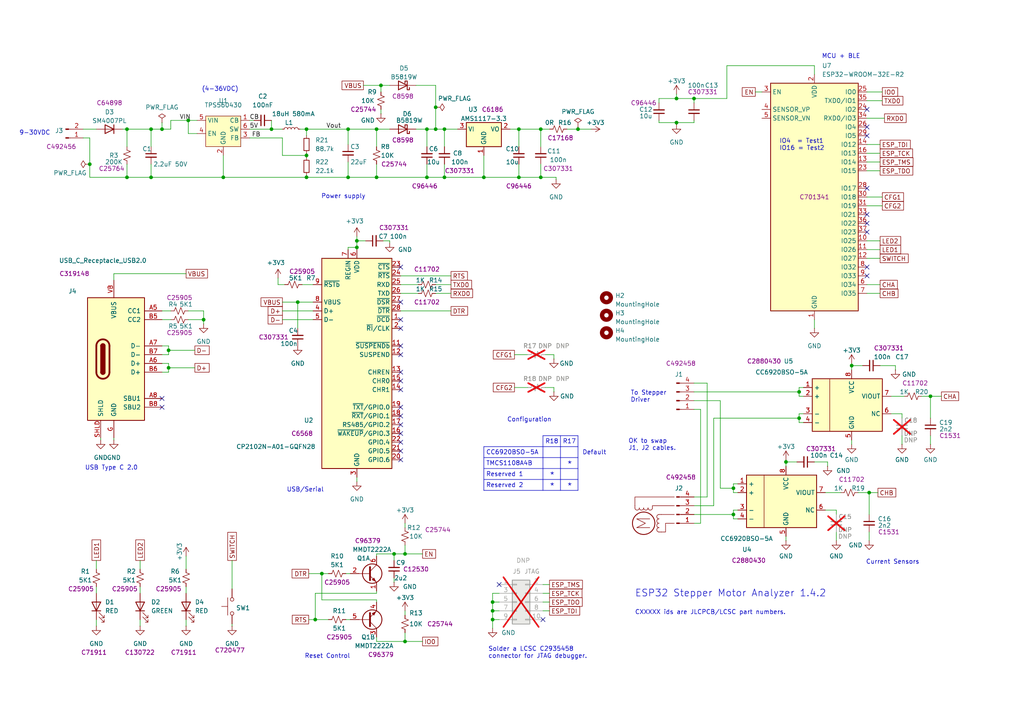
<source format=kicad_sch>
(kicad_sch (version 20231120) (generator "eeschema") (generator_version "8.0")
  (paper "A4")
  (junction (at 212.725 141.605))
  (junction (at 48.895 106.68))
  (junction (at 48.895 101.6))
  (junction (at 196.215 35.56))
  (junction (at 36.83 37.465))
  (junction (at 109.22 37.465))
  (junction (at 109.22 51.435))
  (junction (at 142.875 177.165))
  (junction (at 88.9 51.435))
  (junction (at 100.965 51.435))
  (junction (at 227.965 133.985))
  (junction (at 117.475 186.055))
  (junction (at 167.64 37.465))
  (junction (at 142.875 174.625))
  (junction (at 128.905 37.465))
  (junction (at 26.035 47.625))
  (junction (at 212.725 149.225))
  (junction (at 59.055 92.71))
  (junction (at 196.215 28.575))
  (junction (at 103.505 71.755))
  (junction (at 43.815 51.435))
  (junction (at 126.365 37.465))
  (junction (at 231.775 113.665))
  (junction (at 126.365 31.115))
  (junction (at 114.3 160.655))
  (junction (at 88.9 37.465))
  (junction (at 142.875 179.705))
  (junction (at 247.015 106.045))
  (junction (at 123.825 51.435))
  (junction (at 54.61 34.925))
  (junction (at 78.74 37.465))
  (junction (at 64.77 51.435))
  (junction (at 100.965 37.465))
  (junction (at 103.505 69.85))
  (junction (at 269.875 114.935))
  (junction (at 117.475 160.655))
  (junction (at 110.49 24.765))
  (junction (at 156.845 51.435))
  (junction (at 201.295 28.575))
  (junction (at 156.845 37.465))
  (junction (at 91.44 179.705))
  (junction (at 36.83 51.435))
  (junction (at 88.9 45.085))
  (junction (at 140.335 51.435))
  (junction (at 43.815 37.465))
  (junction (at 150.495 37.465))
  (junction (at 123.825 37.465))
  (junction (at 128.905 51.435))
  (junction (at 150.495 51.435))
  (junction (at 93.345 166.37))
  (junction (at 46.99 37.465))
  (junction (at 231.775 121.285))
  (junction (at 252.095 142.875))
  (junction (at 86.36 87.63))
  (no_connect (at 116.205 130.81))
  (no_connect (at 116.205 77.47))
  (no_connect (at 46.99 118.11))
  (no_connect (at 251.46 36.83))
  (no_connect (at 46.99 115.57))
  (no_connect (at 116.205 118.11))
  (no_connect (at 116.205 87.63))
  (no_connect (at 116.205 120.65))
  (no_connect (at 116.205 125.73))
  (no_connect (at 116.205 123.19))
  (no_connect (at 116.205 95.25))
  (no_connect (at 116.205 128.27))
  (no_connect (at 116.205 107.95))
  (no_connect (at 251.46 67.31))
  (no_connect (at 251.46 31.75))
  (no_connect (at 116.205 133.35))
  (no_connect (at 251.46 62.23))
  (no_connect (at 116.205 92.71))
  (no_connect (at 116.205 100.33))
  (no_connect (at 157.48 179.705))
  (no_connect (at 116.205 113.03))
  (no_connect (at 251.46 54.61))
  (no_connect (at 144.78 169.545))
  (no_connect (at 251.46 80.01))
  (no_connect (at 251.46 39.37))
  (no_connect (at 251.46 64.77))
  (no_connect (at 251.46 77.47))
  (no_connect (at 116.205 110.49))
  (no_connect (at 116.205 102.87))
  (wire (pts (xy 109.22 184.785) (xy 109.22 186.055)))
  (wire (pts (xy 212.725 142.875) (xy 213.995 142.875)))
  (wire (pts (xy 269.875 114.935) (xy 273.05 114.935)))
  (wire (pts (xy 213.995 140.335) (xy 212.725 140.335)))
  (wire (pts (xy 201.295 151.765) (xy 203.2 151.765)))
  (wire (pts (xy 247.015 127.635) (xy 247.015 128.905)))
  (wire (pts (xy 29.21 127) (xy 29.21 127.635)))
  (wire (pts (xy 81.915 87.63) (xy 86.36 87.63)))
  (wire (pts (xy 156.845 51.435) (xy 161.29 51.435)))
  (wire (pts (xy 86.36 87.63) (xy 90.805 87.63)))
  (wire (pts (xy 251.46 69.85) (xy 255.27 69.85)))
  (wire (pts (xy 100.965 71.755) (xy 100.965 72.39)))
  (wire (pts (xy 258.445 114.935) (xy 262.255 114.935)))
  (wire (pts (xy 53.975 165.1) (xy 53.975 161.29)))
  (wire (pts (xy 150.495 47.625) (xy 150.495 51.435)))
  (wire (pts (xy 233.045 120.015) (xy 231.775 120.015)))
  (wire (pts (xy 114.3 160.655) (xy 114.3 162.56)))
  (polyline (pts (xy 140.335 132.715) (xy 167.64 132.715)) (stroke (width 0) (type solid)))
  (wire (pts (xy 142.875 172.085) (xy 142.875 174.625)))
  (wire (pts (xy 248.92 142.875) (xy 252.095 142.875)))
  (wire (pts (xy 126.365 37.465) (xy 128.905 37.465)))
  (wire (pts (xy 49.53 34.925) (xy 54.61 34.925)))
  (wire (pts (xy 196.215 28.575) (xy 201.295 28.575)))
  (wire (pts (xy 167.64 37.465) (xy 171.45 37.465)))
  (wire (pts (xy 149.225 112.395) (xy 153.035 112.395)))
  (wire (pts (xy 157.48 177.165) (xy 159.385 177.165)))
  (wire (pts (xy 48.895 105.41) (xy 48.895 106.68)))
  (wire (pts (xy 110.49 31.75) (xy 110.49 33.02)))
  (wire (pts (xy 106.045 69.85) (xy 103.505 69.85)))
  (wire (pts (xy 140.335 51.435) (xy 150.495 51.435)))
  (polyline (pts (xy 140.335 135.89) (xy 167.64 135.89)) (stroke (width 0) (type solid)))
  (wire (pts (xy 231.775 120.015) (xy 231.775 121.285)))
  (wire (pts (xy 227.965 155.575) (xy 227.965 156.845)))
  (wire (pts (xy 87.63 82.55) (xy 90.805 82.55)))
  (wire (pts (xy 48.895 106.68) (xy 48.895 107.95)))
  (wire (pts (xy 100.33 166.37) (xy 101.6 166.37)))
  (wire (pts (xy 59.055 92.71) (xy 59.055 90.17)))
  (wire (pts (xy 156.845 47.625) (xy 156.845 51.435)))
  (wire (pts (xy 207.01 121.285) (xy 231.775 121.285)))
  (wire (pts (xy 161.29 51.435) (xy 161.29 52.07)))
  (wire (pts (xy 59.055 92.71) (xy 59.055 93.98)))
  (wire (pts (xy 231.775 122.555) (xy 233.045 122.555)))
  (wire (pts (xy 40.64 179.705) (xy 40.64 181.61)))
  (polyline (pts (xy 140.335 129.54) (xy 140.335 142.24)) (stroke (width 0) (type solid)))
  (wire (pts (xy 201.295 29.845) (xy 201.295 28.575)))
  (polyline (pts (xy 167.64 126.365) (xy 167.64 142.24)) (stroke (width 0) (type solid)))
  (wire (pts (xy 117.475 160.655) (xy 122.555 160.655)))
  (polyline (pts (xy 140.335 129.54) (xy 167.64 129.54)) (stroke (width 0) (type solid)))
  (wire (pts (xy 89.535 179.705) (xy 91.44 179.705)))
  (wire (pts (xy 72.39 37.465) (xy 78.74 37.465)))
  (wire (pts (xy 100.33 179.705) (xy 101.6 179.705)))
  (wire (pts (xy 196.215 35.56) (xy 201.295 35.56)))
  (wire (pts (xy 123.825 42.545) (xy 123.825 37.465)))
  (wire (pts (xy 252.095 142.875) (xy 254.635 142.875)))
  (polyline (pts (xy 162.56 126.365) (xy 162.56 142.24)) (stroke (width 0) (type solid)))
  (wire (pts (xy 26.035 40.005) (xy 26.035 47.625)))
  (wire (pts (xy 81.915 45.085) (xy 88.9 45.085)))
  (wire (pts (xy 251.46 26.67) (xy 255.905 26.67)))
  (wire (pts (xy 100.965 46.99) (xy 100.965 51.435)))
  (wire (pts (xy 156.845 37.465) (xy 159.385 37.465)))
  (wire (pts (xy 26.035 51.435) (xy 36.83 51.435)))
  (wire (pts (xy 196.215 27.305) (xy 196.215 28.575)))
  (wire (pts (xy 239.395 147.955) (xy 242.57 147.955)))
  (wire (pts (xy 46.99 37.465) (xy 49.53 37.465)))
  (wire (pts (xy 100.965 51.435) (xy 109.22 51.435)))
  (wire (pts (xy 251.46 44.45) (xy 255.27 44.45)))
  (wire (pts (xy 231.775 112.395) (xy 231.775 113.665)))
  (wire (pts (xy 201.295 111.125) (xy 205.105 111.125)))
  (wire (pts (xy 255.27 82.55) (xy 251.46 82.55)))
  (wire (pts (xy 242.57 154.305) (xy 242.57 156.845)))
  (wire (pts (xy 255.27 72.39) (xy 251.46 72.39)))
  (wire (pts (xy 33.02 79.375) (xy 53.975 79.375)))
  (wire (pts (xy 86.995 37.465) (xy 88.9 37.465)))
  (wire (pts (xy 103.505 71.755) (xy 103.505 72.39)))
  (wire (pts (xy 233.045 112.395) (xy 231.775 112.395)))
  (wire (pts (xy 43.815 37.465) (xy 43.815 42.545)))
  (wire (pts (xy 93.345 166.37) (xy 95.25 166.37)))
  (wire (pts (xy 117.475 177.165) (xy 117.475 178.435)))
  (wire (pts (xy 109.22 37.465) (xy 109.22 42.545)))
  (wire (pts (xy 105.41 24.765) (xy 110.49 24.765)))
  (wire (pts (xy 117.475 158.115) (xy 117.475 160.655)))
  (wire (pts (xy 103.505 138.43) (xy 103.505 139.7)))
  (wire (pts (xy 27.94 170.18) (xy 27.94 172.085)))
  (wire (pts (xy 27.94 165.1) (xy 27.94 162.56)))
  (wire (pts (xy 128.905 47.625) (xy 128.905 51.435)))
  (wire (pts (xy 48.895 100.33) (xy 48.895 101.6)))
  (wire (pts (xy 160.655 102.87) (xy 160.655 104.14)))
  (wire (pts (xy 43.815 37.465) (xy 46.99 37.465)))
  (wire (pts (xy 255.27 106.045) (xy 259.715 106.045)))
  (wire (pts (xy 109.22 174.625) (xy 109.22 173.99)))
  (wire (pts (xy 269.875 114.935) (xy 269.875 121.285)))
  (wire (pts (xy 231.775 121.285) (xy 231.775 122.555)))
  (wire (pts (xy 142.875 179.705) (xy 144.78 179.705)))
  (wire (pts (xy 126.365 82.55) (xy 130.81 82.55)))
  (wire (pts (xy 227.965 133.985) (xy 227.965 135.255)))
  (wire (pts (xy 53.975 179.705) (xy 53.975 181.61)))
  (wire (pts (xy 103.505 69.85) (xy 103.505 71.755)))
  (wire (pts (xy 78.74 34.925) (xy 78.74 37.465)))
  (wire (pts (xy 259.715 106.045) (xy 259.715 107.315)))
  (wire (pts (xy 90.805 90.17) (xy 81.915 90.17)))
  (wire (pts (xy 258.445 120.015) (xy 261.62 120.015)))
  (wire (pts (xy 46.99 100.33) (xy 48.895 100.33)))
  (wire (pts (xy 117.475 186.055) (xy 122.555 186.055)))
  (wire (pts (xy 86.36 95.25) (xy 86.36 87.63)))
  (wire (pts (xy 54.61 34.925) (xy 57.15 34.925)))
  (wire (pts (xy 207.01 146.685) (xy 207.01 121.285)))
  (wire (pts (xy 116.205 82.55) (xy 121.285 82.55)))
  (wire (pts (xy 116.205 90.17) (xy 130.81 90.17)))
  (polyline (pts (xy 140.335 142.24) (xy 167.64 142.24)) (stroke (width 0) (type solid)))
  (wire (pts (xy 167.64 36.83) (xy 167.64 37.465)))
  (wire (pts (xy 91.44 172.085) (xy 91.44 179.705)))
  (wire (pts (xy 201.295 118.745) (xy 203.2 118.745)))
  (wire (pts (xy 219.075 26.67) (xy 220.98 26.67)))
  (wire (pts (xy 128.905 51.435) (xy 140.335 51.435)))
  (wire (pts (xy 142.875 177.165) (xy 142.875 179.705)))
  (wire (pts (xy 251.46 57.15) (xy 255.905 57.15)))
  (polyline (pts (xy 157.48 126.365) (xy 157.48 142.24)) (stroke (width 0) (type solid)))
  (wire (pts (xy 210.82 28.575) (xy 201.295 28.575)))
  (wire (pts (xy 120.65 37.465) (xy 123.825 37.465)))
  (wire (pts (xy 120.65 24.765) (xy 126.365 24.765)))
  (wire (pts (xy 227.965 133.985) (xy 231.14 133.985)))
  (wire (pts (xy 48.895 107.95) (xy 46.99 107.95)))
  (wire (pts (xy 123.825 37.465) (xy 126.365 37.465)))
  (wire (pts (xy 54.61 92.71) (xy 59.055 92.71)))
  (wire (pts (xy 212.725 150.495) (xy 213.995 150.495)))
  (wire (pts (xy 117.475 151.765) (xy 117.475 153.035)))
  (wire (pts (xy 252.095 154.305) (xy 252.095 156.845)))
  (wire (pts (xy 247.015 106.045) (xy 247.015 107.315)))
  (wire (pts (xy 251.46 29.21) (xy 255.905 29.21)))
  (wire (pts (xy 247.015 105.41) (xy 247.015 106.045)))
  (wire (pts (xy 196.215 35.56) (xy 196.215 36.195)))
  (wire (pts (xy 78.74 37.465) (xy 81.915 37.465)))
  (wire (pts (xy 231.775 114.935) (xy 233.045 114.935)))
  (wire (pts (xy 35.56 37.465) (xy 36.83 37.465)))
  (wire (pts (xy 88.9 39.37) (xy 88.9 37.465)))
  (wire (pts (xy 88.9 37.465) (xy 100.965 37.465)))
  (wire (pts (xy 157.48 169.545) (xy 159.385 169.545)))
  (wire (pts (xy 251.46 41.91) (xy 255.27 41.91)))
  (wire (pts (xy 158.115 112.395) (xy 160.655 112.395)))
  (wire (pts (xy 53.975 170.18) (xy 53.975 172.085)))
  (wire (pts (xy 164.465 37.465) (xy 167.64 37.465)))
  (wire (pts (xy 88.9 50.8) (xy 88.9 51.435)))
  (wire (pts (xy 80.645 82.55) (xy 80.645 80.645)))
  (wire (pts (xy 48.895 101.6) (xy 56.515 101.6)))
  (wire (pts (xy 36.83 37.465) (xy 36.83 42.545)))
  (polyline (pts (xy 157.48 126.365) (xy 167.64 126.365)) (stroke (width 0) (type solid)))
  (wire (pts (xy 156.845 42.545) (xy 156.845 37.465)))
  (wire (pts (xy 36.83 47.625) (xy 36.83 51.435)))
  (wire (pts (xy 160.655 112.395) (xy 160.655 113.665)))
  (wire (pts (xy 267.335 114.935) (xy 269.875 114.935)))
  (wire (pts (xy 81.915 40.005) (xy 81.915 45.085)))
  (wire (pts (xy 236.22 92.71) (xy 236.22 95.25)))
  (wire (pts (xy 261.62 120.015) (xy 261.62 121.285)))
  (wire (pts (xy 110.49 24.765) (xy 110.49 26.67)))
  (wire (pts (xy 46.99 105.41) (xy 48.895 105.41)))
  (wire (pts (xy 48.895 101.6) (xy 48.895 102.87)))
  (wire (pts (xy 191.135 35.56) (xy 196.215 35.56)))
  (wire (pts (xy 201.295 149.225) (xy 212.725 149.225)))
  (wire (pts (xy 205.105 111.125) (xy 205.105 144.145)))
  (wire (pts (xy 100.965 37.465) (xy 109.22 37.465)))
  (wire (pts (xy 213.995 147.955) (xy 212.725 147.955)))
  (wire (pts (xy 150.495 42.545) (xy 150.495 37.465)))
  (wire (pts (xy 54.61 90.17) (xy 59.055 90.17)))
  (wire (pts (xy 36.83 37.465) (xy 43.815 37.465)))
  (wire (pts (xy 149.225 102.87) (xy 153.035 102.87)))
  (wire (pts (xy 212.725 140.335) (xy 212.725 141.605)))
  (wire (pts (xy 64.77 51.435) (xy 88.9 51.435)))
  (wire (pts (xy 48.895 102.87) (xy 46.99 102.87)))
  (wire (pts (xy 128.905 37.465) (xy 132.715 37.465)))
  (wire (pts (xy 126.365 31.115) (xy 126.365 37.465)))
  (wire (pts (xy 82.55 82.55) (xy 80.645 82.55)))
  (wire (pts (xy 142.875 177.165) (xy 144.78 177.165)))
  (wire (pts (xy 88.9 51.435) (xy 100.965 51.435)))
  (wire (pts (xy 208.915 141.605) (xy 212.725 141.605)))
  (wire (pts (xy 89.535 166.37) (xy 93.345 166.37)))
  (wire (pts (xy 239.395 142.875) (xy 243.84 142.875)))
  (wire (pts (xy 251.46 59.69) (xy 255.905 59.69)))
  (wire (pts (xy 72.39 40.005) (xy 81.915 40.005)))
  (wire (pts (xy 54.61 34.925) (xy 54.61 38.735)))
  (wire (pts (xy 100.965 37.465) (xy 100.965 41.91)))
  (wire (pts (xy 72.39 34.925) (xy 73.66 34.925)))
  (wire (pts (xy 33.02 79.375) (xy 33.02 81.28)))
  (wire (pts (xy 150.495 51.435) (xy 156.845 51.435)))
  (wire (pts (xy 236.22 133.985) (xy 240.03 133.985)))
  (wire (pts (xy 110.49 24.765) (xy 113.03 24.765)))
  (wire (pts (xy 43.815 47.625) (xy 43.815 51.435)))
  (wire (pts (xy 90.805 92.71) (xy 81.915 92.71)))
  (polyline (pts (xy 140.335 139.065) (xy 167.64 139.065)) (stroke (width 0) (type solid)))
  (wire (pts (xy 255.27 46.99) (xy 251.46 46.99)))
  (wire (pts (xy 46.99 90.17) (xy 49.53 90.17)))
  (wire (pts (xy 251.46 85.09) (xy 255.27 85.09)))
  (wire (pts (xy 109.22 172.085) (xy 109.22 171.45)))
  (wire (pts (xy 93.345 173.99) (xy 93.345 166.37)))
  (wire (pts (xy 109.22 160.655) (xy 114.3 160.655)))
  (wire (pts (xy 48.895 106.68) (xy 56.515 106.68)))
  (wire (pts (xy 116.205 80.01) (xy 130.81 80.01)))
  (wire (pts (xy 40.64 170.18) (xy 40.64 172.085)))
  (wire (pts (xy 142.875 174.625) (xy 142.875 177.165)))
  (wire (pts (xy 201.295 146.685) (xy 207.01 146.685)))
  (wire (pts (xy 114.3 160.655) (xy 117.475 160.655)))
  (wire (pts (xy 109.22 161.29) (xy 109.22 160.655)))
  (wire (pts (xy 140.335 45.085) (xy 140.335 51.435)))
  (wire (pts (xy 116.205 85.09) (xy 121.285 85.09)))
  (wire (pts (xy 205.105 144.145) (xy 201.295 144.145)))
  (wire (pts (xy 67.31 170.815) (xy 67.31 162.56)))
  (wire (pts (xy 103.505 71.755) (xy 100.965 71.755)))
  (wire (pts (xy 142.875 179.705) (xy 142.875 182.245)))
  (wire (pts (xy 109.22 47.625) (xy 109.22 51.435)))
  (wire (pts (xy 227.965 133.35) (xy 227.965 133.985)))
  (wire (pts (xy 191.135 28.575) (xy 196.215 28.575)))
  (wire (pts (xy 252.095 142.875) (xy 252.095 149.225)))
  (wire (pts (xy 36.83 51.435) (xy 43.815 51.435)))
  (wire (pts (xy 111.125 69.85) (xy 113.03 69.85)))
  (wire (pts (xy 201.295 34.925) (xy 201.295 35.56)))
  (wire (pts (xy 126.365 24.765) (xy 126.365 31.115)))
  (wire (pts (xy 191.135 34.925) (xy 191.135 35.56)))
  (wire (pts (xy 43.815 51.435) (xy 64.77 51.435)))
  (wire (pts (xy 269.875 126.365) (xy 269.875 128.905)))
  (wire (pts (xy 46.99 35.56) (xy 46.99 37.465)))
  (wire (pts (xy 158.115 102.87) (xy 160.655 102.87)))
  (wire (pts (xy 236.22 19.05) (xy 210.82 19.05)))
  (wire (pts (xy 123.825 51.435) (xy 128.905 51.435)))
  (wire (pts (xy 109.22 172.085) (xy 91.44 172.085)))
  (wire (pts (xy 24.13 40.005) (xy 26.035 40.005)))
  (wire (pts (xy 191.135 29.845) (xy 191.135 28.575)))
  (wire (pts (xy 201.295 113.665) (xy 231.775 113.665)))
  (wire (pts (xy 157.48 174.625) (xy 159.385 174.625)))
  (wire (pts (xy 103.505 68.58) (xy 103.505 69.85)))
  (wire (pts (xy 54.61 38.735) (xy 57.15 38.735)))
  (wire (pts (xy 67.31 180.975) (xy 67.31 181.61)))
  (wire (pts (xy 251.46 49.53) (xy 255.27 49.53)))
  (wire (pts (xy 40.64 165.1) (xy 40.64 162.56)))
  (wire (pts (xy 203.2 118.745) (xy 203.2 151.765)))
  (wire (pts (xy 88.9 45.085) (xy 88.9 45.72)))
  (wire (pts (xy 26.035 47.625) (xy 26.035 51.435)))
  (wire (pts (xy 128.905 37.465) (xy 128.905 42.545)))
  (wire (pts (xy 144.78 172.085) (xy 142.875 172.085)))
  (wire (pts (xy 109.22 51.435) (xy 123.825 51.435)))
  (wire (pts (xy 91.44 179.705) (xy 95.25 179.705)))
  (wire (pts (xy 212.725 147.955) (xy 212.725 149.225)))
  (wire (pts (xy 210.82 19.05) (xy 210.82 28.575)))
  (wire (pts (xy 247.015 106.045) (xy 250.19 106.045)))
  (wire (pts (xy 150.495 37.465) (xy 156.845 37.465)))
  (wire (pts (xy 24.13 37.465) (xy 27.94 37.465)))
  (wire (pts (xy 212.725 141.605) (xy 212.725 142.875)))
  (wire (pts (xy 231.775 113.665) (xy 231.775 114.935)))
  (wire (pts (xy 49.53 34.925) (xy 49.53 37.465)))
  (wire (pts (xy 261.62 126.365) (xy 261.62 128.905)))
  (wire (pts (xy 255.27 74.93) (xy 251.46 74.93)))
  (wire (pts (xy 117.475 183.515) (xy 117.475 186.055)))
  (wire (pts (xy 251.46 34.29) (xy 256.54 34.29)))
  (wire (pts (xy 88.9 44.45) (xy 88.9 45.085)))
  (wire (pts (xy 114.3 167.64) (xy 114.3 168.91)))
  (wire (pts (xy 64.77 45.085) (xy 64.77 51.435)))
  (wire (pts (xy 147.955 37.465) (xy 150.495 37.465)))
  (wire (pts (xy 109.22 173.99) (xy 93.345 173.99)))
  (wire (pts (xy 242.57 147.955) (xy 242.57 149.225)))
  (wire (pts (xy 240.03 133.985) (xy 240.03 135.255)))
  (wire (pts (xy 157.48 172.085) (xy 159.385 172.085)))
  (wire (pts (xy 201.295 116.205) (xy 208.915 116.205)))
  (wire (pts (xy 109.22 186.055) (xy 117.475 186.055)))
  (wire (pts (xy 208.915 116.205) (xy 208.915 141.605)))
  (wire (pts (xy 142.875 174.625) (xy 144.78 174.625)))
  (wire (pts (xy 123.825 47.625) (xy 123.825 51.435)))
  (wire (pts (xy 27.94 179.705) (xy 27.94 181.61)))
  (wire (pts (xy 126.365 85.09) (xy 130.81 85.09)))
  (wire (pts (xy 113.03 69.85) (xy 113.03 70.485)))
  (wire (pts (xy 33.02 127) (xy 33.02 127.635)))
  (wire (pts (xy 109.22 37.465) (xy 113.03 37.465)))
  (wire (pts (xy 236.22 21.59) (xy 236.22 19.05)))
  (wire (pts (xy 212.725 149.225) (xy 212.725 150.495)))
  (wire (pts (xy 46.99 92.71) (xy 49.53 92.71)))
  (text "Solder a LCSC C2935458\nconnector for JTAG debugger." (at 141.605 191.135 0) (effects (font (size 1.27 1.27)) (justify left bottom)))
  (text "TMCS1108A4B" (at 140.97 135.255 0) (effects (font (size 1.27 1.27)) (justify left bottom)))
  (text "Current Sensors" (at 266.7 163.83 0) (effects (font (size 1.27 1.27)) (justify right bottom)))
  (text "Reserved 2" (at 140.97 141.605 0) (effects (font (size 1.27 1.27)) (justify left bottom)))
  (text "IO4  = Test1\nIO16 = Test2" (at 226.06 43.815 0) (effects (font (size 1.27 1.27)) (justify left bottom)))
  (text "CXXXXX ids are JLCPCB/LCSC part numbers." (at 184.15 178.435 0) (effects (font (size 1.27 1.27)) (justify left bottom)))
  (text "Reserved 1" (at 140.97 138.43 0) (effects (font (size 1.27 1.27)) (justify left bottom)))
  (text "To Stepper\nDriver" (at 182.88 116.84 0) (effects (font (size 1.27 1.27)) (justify left bottom)))
  (text "*" (at 159.385 139.065 0) (effects (font (size 1.778 1.778)) (justify left bottom)))
  (text "Configuration" (at 160.02 122.555 0) (effects (font (size 1.27 1.27)) (justify right bottom)))
  (text "USB Type C 2.0" (at 40.005 136.525 0) (effects (font (size 1.27 1.27)) (justify right bottom)))
  (text "9-30VDC" (at 14.605 39.37 0) (effects (font (size 1.27 1.27)) (justify right bottom)))
  (text "USB/Serial" (at 93.98 142.875 0) (effects (font (size 1.27 1.27)) (justify right bottom)))
  (text "OK to swap \nJ1, J2 cables." (at 182.245 130.81 0) (effects (font (size 1.27 1.27)) (justify left bottom)))
  (text "*" (at 164.465 135.89 0) (effects (font (size 1.778 1.778)) (justify left bottom)))
  (text "*" (at 164.465 142.24 0) (effects (font (size 1.778 1.778)) (justify left bottom)))
  (text "Reset Control" (at 101.6 191.135 0) (effects (font (size 1.27 1.27)) (justify right bottom)))
  (text "Default" (at 168.91 132.08 0) (effects (font (size 1.27 1.27)) (justify left bottom)))
  (text "R17" (at 163.195 128.905 0) (effects (font (size 1.27 1.27)) (justify left bottom)))
  (text "CC6920BSO-5A" (at 140.97 132.08 0) (effects (font (size 1.27 1.27)) (justify left bottom)))
  (text "R18" (at 158.115 128.905 0) (effects (font (size 1.27 1.27)) (justify left bottom)))
  (text "MCU + BLE" (at 249.555 17.145 0) (effects (font (size 1.27 1.27)) (justify right bottom)))
  (text "(4-36VDC)" (at 69.215 26.67 0) (effects (font (size 1.27 1.27)) (justify right bottom)))
  (text "Power supply" (at 106.045 57.785 0) (effects (font (size 1.27 1.27)) (justify right bottom)))
  (text "*" (at 159.385 142.24 0) (effects (font (size 1.778 1.778)) (justify left bottom)))
  (text "ESP32 Stepper Motor Analyzer 1.4.2" (at 184.15 173.355 0) (effects (font (size 2 2)) (justify left bottom)))
  (label "CB" (at 72.39 34.925 0))
  (label "5V" (at 72.39 37.465 0))
  (label "VIN" (at 52.07 34.925 0))
  (label "FB" (at 73.025 40.005 0))
  (label "Vout" (at 94.615 37.465 0))
  (global_label "ESP_TMS" (shape passive) (at 159.385 169.545 0) (property "Intersheetrefs" "${INTERSHEET_REFS}" (effects (hide yes))))
  (global_label "CHA" (shape passive) (at 273.05 114.935 0) (property "Intersheetrefs" "${INTERSHEET_REFS}" (effects (hide yes))))
  (global_label "IO0" (shape passive) (at 122.555 186.055 0) (property "Intersheetrefs" "${INTERSHEET_REFS}" (effects (hide yes))))
  (global_label "CFG1" (shape passive) (at 255.905 57.15 0) (property "Intersheetrefs" "${INTERSHEET_REFS}" (effects (hide yes))))
  (global_label "DTR" (shape passive) (at 130.81 90.17 0) (property "Intersheetrefs" "${INTERSHEET_REFS}" (effects (hide yes))))
  (global_label "D-" (shape passive) (at 81.915 92.71 180) (property "Intersheetrefs" "${INTERSHEET_REFS}" (effects (hide yes))))
  (global_label "RTS" (shape passive) (at 130.81 80.01 0) (property "Intersheetrefs" "${INTERSHEET_REFS}" (effects (hide yes))))
  (global_label "ESP_TDO" (shape passive) (at 159.385 174.625 0) (property "Intersheetrefs" "${INTERSHEET_REFS}" (effects (hide yes))))
  (global_label "SWITCH" (shape passive) (at 255.27 74.93 0) (property "Intersheetrefs" "${INTERSHEET_REFS}" (effects (hide yes))))
  (global_label "CFG2" (shape passive) (at 255.905 59.69 0) (property "Intersheetrefs" "${INTERSHEET_REFS}" (effects (hide yes))))
  (global_label "ESP_TCK" (shape passive) (at 255.27 44.45 0) (property "Intersheetrefs" "${INTERSHEET_REFS}" (effects (hide yes))))
  (global_label "D+" (shape passive) (at 56.515 106.68 0) (property "Intersheetrefs" "${INTERSHEET_REFS}" (effects (hide yes))))
  (global_label "IO0" (shape passive) (at 255.905 26.67 0) (property "Intersheetrefs" "${INTERSHEET_REFS}" (effects (hide yes))))
  (global_label "CHB" (shape passive) (at 255.27 85.09 0) (property "Intersheetrefs" "${INTERSHEET_REFS}" (effects (hide yes))))
  (global_label "ESP_TDI" (shape passive) (at 159.385 177.165 0) (property "Intersheetrefs" "${INTERSHEET_REFS}" (effects (hide yes))))
  (global_label "LED2" (shape passive) (at 255.27 69.85 0) (property "Intersheetrefs" "${INTERSHEET_REFS}" (effects (hide yes))))
  (global_label "CFG2" (shape passive) (at 149.225 112.395 180) (property "Intersheetrefs" "${INTERSHEET_REFS}" (effects (hide yes))))
  (global_label "D-" (shape passive) (at 56.515 101.6 0) (property "Intersheetrefs" "${INTERSHEET_REFS}" (effects (hide yes))))
  (global_label "VBUS" (shape passive) (at 53.975 79.375 0) (property "Intersheetrefs" "${INTERSHEET_REFS}" (effects (hide yes))))
  (global_label "D+" (shape passive) (at 81.915 90.17 180) (property "Intersheetrefs" "${INTERSHEET_REFS}" (effects (hide yes))))
  (global_label "ESP_TDI" (shape passive) (at 255.27 41.91 0) (property "Intersheetrefs" "${INTERSHEET_REFS}" (effects (hide yes))))
  (global_label "EN" (shape passive) (at 122.555 160.655 0) (property "Intersheetrefs" "${INTERSHEET_REFS}" (effects (hide yes))))
  (global_label "CHB" (shape passive) (at 254.635 142.875 0) (property "Intersheetrefs" "${INTERSHEET_REFS}" (effects (hide yes))))
  (global_label "ESP_TCK" (shape passive) (at 159.385 172.085 0) (property "Intersheetrefs" "${INTERSHEET_REFS}" (effects (hide yes))))
  (global_label "LED1" (shape passive) (at 27.94 162.56 90) (property "Intersheetrefs" "${INTERSHEET_REFS}" (effects (hide yes))))
  (global_label "SWITCH" (shape passive) (at 67.31 162.56 90) (property "Intersheetrefs" "${INTERSHEET_REFS}" (effects (hide yes))))
  (global_label "LED2" (shape passive) (at 40.64 162.56 90) (property "Intersheetrefs" "${INTERSHEET_REFS}" (effects (hide yes))))
  (global_label "ESP_TDO" (shape passive) (at 255.27 49.53 0) (property "Intersheetrefs" "${INTERSHEET_REFS}" (effects (hide yes))))
  (global_label "RXD0" (shape passive) (at 130.81 85.09 0) (property "Intersheetrefs" "${INTERSHEET_REFS}" (effects (hide yes))))
  (global_label "VBUS" (shape passive) (at 81.915 87.63 180) (property "Intersheetrefs" "${INTERSHEET_REFS}" (effects (hide yes))))
  (global_label "RXD0" (shape passive) (at 256.54 34.29 0) (property "Intersheetrefs" "${INTERSHEET_REFS}" (effects (hide yes))))
  (global_label "VBUS" (shape passive) (at 105.41 24.765 180) (property "Intersheetrefs" "${INTERSHEET_REFS}" (effects (hide yes))))
  (global_label "TXD0" (shape passive) (at 130.81 82.55 0) (property "Intersheetrefs" "${INTERSHEET_REFS}" (effects (hide yes))))
  (global_label "CHA" (shape passive) (at 255.27 82.55 0) (property "Intersheetrefs" "${INTERSHEET_REFS}" (effects (hide yes))))
  (global_label "RTS" (shape passive) (at 89.535 179.705 180) (property "Intersheetrefs" "${INTERSHEET_REFS}" (effects (hide yes))))
  (global_label "CFG1" (shape passive) (at 149.225 102.87 180) (property "Intersheetrefs" "${INTERSHEET_REFS}" (effects (hide yes))))
  (global_label "LED1" (shape passive) (at 255.27 72.39 0) (property "Intersheetrefs" "${INTERSHEET_REFS}" (effects (hide yes))))
  (global_label "ESP_TMS" (shape passive) (at 255.27 46.99 0) (property "Intersheetrefs" "${INTERSHEET_REFS}" (effects (hide yes))))
  (global_label "DTR" (shape passive) (at 89.535 166.37 180) (property "Intersheetrefs" "${INTERSHEET_REFS}" (effects (hide yes))))
  (global_label "TXD0" (shape passive) (at 255.905 29.21 0) (property "Intersheetrefs" "${INTERSHEET_REFS}" (effects (hide yes))))
  (global_label "EN" (shape passive) (at 219.075 26.67 180) (property "Intersheetrefs" "${INTERSHEET_REFS}" (effects (hide yes))))
  (symbol (lib_id "Device:R_Small_US") (at 52.07 92.71 270) (unit 1)
    (property "Reference" "R5" (at 50.165 94.615 90))
    (property "Value" "5K1" (at 53.975 94.615 90))
    (property "Footprint" "Resistor_SMD:R_0402_1005Metric" (effects (hide yes)))
    (property "LCSC" "C25905" (at 52.07 96.52 90))
  )
  (symbol (lib_id "Device:R_Small_US") (at 52.07 90.17 270) (unit 1)
    (property "Reference" "R4" (at 50.165 88.265 90))
    (property "Value" "5K1" (at 53.975 88.265 90))
    (property "Footprint" "Resistor_SMD:R_0402_1005Metric" (effects (hide yes)))
    (property "LCSC" "C25905" (at 52.07 86.36 90))
  )
  (symbol (lib_id "stepper_monitor:USB_C_Receptacle_USB2.0") (at 31.75 104.14 0) (unit 1)
    (property "Reference" "J4" (at 22.225 84.455 0) (effects (justify right)))
    (property "Value" "USB_C_Receptacle_USB2.0" (at 42.545 75.565 0) (effects (justify right)))
    (property "Footprint" "stepper_monitor:USB_C_Receptacle_XKB_U262-16XN-4BVC11" (effects (hide yes)))
    (property "Datasheet" "https://www.usb.org/sites/default/files/documents/usb_type-c.zip" (effects (hide yes)))
    (property "LCSC" "C319148" (at 21.59 79.375 0))
  )
  (symbol (lib_id "Device:C_Small") (at 150.495 45.085 180) (unit 1)
    (property "Reference" "C10" (at 148.59 43.18 0))
    (property "Value" "10u" (at 148.59 46.99 0))
    (property "Footprint" "Capacitor_SMD:C_0603_1608Metric" (effects (hide yes)))
    (property "LCSC" "C96446" (at 150.495 53.975 0))
  )
  (symbol (lib_id "Device:C_Small") (at 128.905 45.085 180) (unit 1)
    (property "Reference" "C8" (at 132.715 44.45 0))
    (property "Value" "100n" (at 133.35 46.99 0))
    (property "Footprint" "Capacitor_SMD:C_0402_1005Metric" (effects (hide yes)))
    (property "LCSC" "C307331" (at 133.35 49.53 0))
  )
  (symbol (lib_id "Device:C_Small") (at 156.845 45.085 180) (unit 1)
    (property "Reference" "C11" (at 160.655 43.815 0))
    (property "Value" "100n" (at 161.925 46.355 0))
    (property "Footprint" "Capacitor_SMD:C_0402_1005Metric" (effects (hide yes)))
    (property "LCSC" "C307331" (at 161.925 48.895 0))
  )
  (symbol (lib_id "power:+3V3") (at 171.45 37.465 270) (unit 1)
    (property "Reference" "#PWR020" (effects (hide yes)))
    (property "Value" "+3V3" (at 172.72 35.56 90))
  )
  (symbol (lib_id "Device:LED") (at 53.975 175.895 90) (unit 1)
    (property "Reference" "D4" (at 56.515 174.625 90) (effects (justify right)))
    (property "Value" "RED" (at 56.515 177.165 90) (effects (justify right)))
    (property "Footprint" "stepper_monitor:LED_0402_1005Metric_Pad0.77x0.64mm_HandSolder" (effects (hide yes)))
    (property "LCSC" "C71911" (at 49.53 189.23 90) (effects (justify right)))
  )
  (symbol (lib_id "Device:LED") (at 27.94 175.895 90) (unit 1)
    (property "Reference" "D1" (at 30.48 174.625 90) (effects (justify right)))
    (property "Value" "RED" (at 30.48 177.165 90) (effects (justify right)))
    (property "Footprint" "stepper_monitor:LED_0402_1005Metric_Pad0.77x0.64mm_HandSolder" (effects (hide yes)))
    (property "LCSC" "C71911" (at 23.495 189.23 90) (effects (justify right)))
  )
  (symbol (lib_id "Device:R_Small_US") (at 53.975 167.64 180) (unit 1)
    (property "Reference" "R6" (at 50.8 165.735 0))
    (property "Value" "5K1" (at 50.8 168.275 0))
    (property "Footprint" "Resistor_SMD:R_0402_1005Metric" (effects (hide yes)))
    (property "LCSC" "C25905" (at 48.895 170.815 0))
  )
  (symbol (lib_id "Device:R_Small_US") (at 27.94 167.64 180) (unit 1)
    (property "Reference" "R1" (at 24.765 165.735 0))
    (property "Value" "5K1" (at 24.765 168.275 0))
    (property "Footprint" "Resistor_SMD:R_0402_1005Metric" (effects (hide yes)))
    (property "LCSC" "C25905" (at 23.495 170.815 0))
  )
  (symbol (lib_id "Device:LED") (at 40.64 175.895 90) (unit 1)
    (property "Reference" "D2" (at 43.815 174.625 90) (effects (justify right)))
    (property "Value" "GREEN" (at 43.815 177.165 90) (effects (justify right)))
    (property "Footprint" "stepper_monitor:LED_0402_1005Metric_Pad0.77x0.64mm_HandSolder" (effects (hide yes)))
    (property "LCSC" "C130722" (at 36.195 189.23 90) (effects (justify right)))
  )
  (symbol (lib_id "Device:R_Small_US") (at 40.64 167.64 180) (unit 1)
    (property "Reference" "R2" (at 38.1 165.735 0))
    (property "Value" "5K1" (at 37.465 168.275 0))
    (property "Footprint" "Resistor_SMD:R_0402_1005Metric" (effects (hide yes)))
    (property "LCSC" "C25905" (at 36.195 170.815 0))
  )
  (symbol (lib_id "power:+3V3") (at 53.975 161.29 0) (unit 1)
    (property "Reference" "#PWR05" (effects (hide yes)))
    (property "Value" "+3V3" (at 52.07 160.02 90))
  )
  (symbol (lib_id "stepper_monitor:CP2102N-A01-GQFN28-Interface_USB") (at 103.505 105.41 0) (unit 1)
    (property "Reference" "U2" (at 89.535 121.92 0))
    (property "Value" "CP2102N-A01-GQFN28" (at 80.01 129.54 0))
    (property "Footprint" "stepper_monitor:QFN-28-1EP_5x5mm_P0.5mm_EP3.35x3.35mm" (effects (hide yes)))
    (property "Datasheet" "https://www.silabs.com/documents/public/data-sheets/cp2102n-datasheet.pdf" (effects (hide yes)))
    (property "LCSC" "C6568" (at 87.63 125.73 0))
  )
  (symbol (lib_id "power:+3V3") (at 103.505 68.58 0) (unit 1)
    (property "Reference" "#PWR012" (effects (hide yes)))
    (property "Value" "+3V3" (at 102.87 64.135 0))
  )
  (symbol (lib_id "Device:R_Small_US") (at 85.09 82.55 270) (unit 1)
    (property "Reference" "R7" (at 90.17 80.645 90))
    (property "Value" "5K1" (at 85.725 80.645 90))
    (property "Footprint" "Resistor_SMD:R_0402_1005Metric" (effects (hide yes)))
    (property "LCSC" "C25905" (at 87.63 78.74 90))
  )
  (symbol (lib_id "Device:C_Small") (at 108.585 69.85 90) (unit 1)
    (property "Reference" "C7" (at 111.125 68.58 90))
    (property "Value" "100n" (at 115.57 68.58 90))
    (property "Footprint" "Capacitor_SMD:C_0402_1005Metric" (effects (hide yes)))
    (property "LCSC" "C307331" (at 114.3 66.04 90))
  )
  (symbol (lib_id "Device:C_Small") (at 86.36 97.79 180) (unit 1)
    (property "Reference" "C4" (at 85.09 95.885 0))
    (property "Value" "100n" (at 83.82 99.695 0))
    (property "Footprint" "Capacitor_SMD:C_0402_1005Metric" (effects (hide yes)))
    (property "LCSC" "C307331" (at 79.375 97.79 0))
  )
  (symbol (lib_id "power:PWR_FLAG") (at 126.365 31.115 270) (unit 1)
    (property "Reference" "#FLG03" (effects (hide yes)))
    (property "Value" "PWR_FLAG" (at 127 28.575 90) (effects (justify left)))
  )
  (symbol (lib_id "Device:R_Small_US") (at 155.575 112.395 90) (unit 1) (in_bom no) (dnp yes)
    (property "Reference" "R18" (at 153.67 109.855 90))
    (property "Value" "DNP" (at 158.115 109.855 90))
    (property "Footprint" "Resistor_SMD:R_0402_1005Metric" (effects (hide yes)))
    (property "LCSC" "DNP" (at 163.195 109.855 90))
  )
  (symbol (lib_id "power:PWR_FLAG") (at 46.99 35.56 0) (unit 1)
    (property "Reference" "#FLG02" (effects (hide yes)))
    (property "Value" "PWR_FLAG" (at 46.99 31.115 0))
  )
  (symbol (lib_id "Device:C_Small") (at 123.825 45.085 180) (unit 1)
    (property "Reference" "C6" (at 125.73 43.18 0))
    (property "Value" "10u" (at 125.73 46.99 0))
    (property "Footprint" "Capacitor_SMD:C_0603_1608Metric" (effects (hide yes)))
    (property "LCSC" "C96446" (at 123.19 53.975 0))
  )
  (symbol (lib_id "Device:R_Small_US") (at 110.49 29.21 180) (unit 1)
    (property "Reference" "R9" (at 107.95 26.67 0))
    (property "Value" "10K" (at 106.68 29.21 0))
    (property "Footprint" "Resistor_SMD:R_0402_1005Metric" (effects (hide yes)))
    (property "LCSC" "C25744" (at 105.41 31.75 0))
  )
  (symbol (lib_id "power:GND") (at 227.965 156.845 0) (unit 1)
    (property "Reference" "#PWR015" (effects (hide yes)))
    (property "Value" "GND" (at 227.965 161.29 0))
    (property "Description" "Power symbol creates a global label with name \"GND\" , ground" (effects (hide yes)))
  )
  (symbol (lib_id "Device:C_Small") (at 191.135 32.385 180) (unit 1)
    (property "Reference" "C12" (at 187.325 31.75 0))
    (property "Value" "10u" (at 187.325 33.655 0))
    (property "Footprint" "Capacitor_SMD:C_0603_1608Metric" (effects (hide yes)))
    (property "Description" "Unpolarized capacitor, small symbol" (effects (hide yes)))
    (property "LCSC" "C96446" (at 186.69 29.845 0))
  )
  (symbol (lib_id "Device:C_Small") (at 269.875 123.825 0) (unit 1)
    (property "Reference" "C19" (at 274.32 122.555 0))
    (property "Value" "2n2" (at 274.32 124.46 0))
    (property "Footprint" "Capacitor_SMD:C_0402_1005Metric" (effects (hide yes)))
    (property "LCSC" "C1531" (at 275.59 126.365 0))
  )
  (symbol (lib_id "Regulator_Linear:AMS1117-3.3") (at 140.335 37.465 0) (unit 1)
    (property "Reference" "U3" (at 137.16 31.75 0))
    (property "Value" "AMS1117-3.3" (at 140.335 34.3971 0))
    (property "Footprint" "stepper_monitor:SOT-223-3_TabPin2" (effects (hide yes)))
    (property "Datasheet" "http://www.advanced-monolithic.com/pdf/ds1117.pdf" (effects (hide yes)))
    (property "LCSC" "C6186" (at 142.875 31.75 0))
  )
  (symbol (lib_id "RF_Module:ESP32-WROOM-32E-R2") (at 236.22 57.15 0) (unit 1)
    (property "Reference" "U7" (at 238.4141 19.05 0) (effects (justify left)))
    (property "Value" "ESP32-WROOM-32E-R2" (at 238.4141 21.59 0) (effects (justify left)))
    (property "Footprint" "RF_Module:ESP32-WROOM-32D" (effects (hide yes)))
    (property "Datasheet" "https://www.espressif.com/sites/default/files/documentation/esp32-wroom-32e_esp32-wroom-32ue_datasheet_en.pdf" (effects (hide yes)))
    (property "Description" "RF Module, ESP32-D0WDR2-V3 SoC, with 2MB PSRAM, Wi-Fi 802.11b/g/n, Bluetooth, BLE, 32-bit, 2.7-3.6V, onboard antenna, SMD" (effects (hide yes)))
    (property "LCSC" "C701341" (at 236.22 57.15 0))
  )
  (symbol (lib_id "Device:R_Small_US") (at 123.825 82.55 270) (unit 1)
    (property "Reference" "R14" (at 126.365 81.28 90))
    (property "Value" "1K" (at 121.92 81.28 90))
    (property "Footprint" "Resistor_SMD:R_0402_1005Metric" (effects (hide yes)))
    (property "LCSC" "C11702" (at 123.825 78.105 90))
  )
  (symbol (lib_id "power:GND") (at 59.055 93.98 0) (unit 1)
    (property "Reference" "#PWR024" (effects (hide yes)))
    (property "Value" "GND" (at 59.055 99.06 0))
    (property "Description" "Power symbol creates a global label with name \"GND\" , ground" (effects (hide yes)))
  )
  (symbol (lib_id "Device:R_Small_US") (at 36.83 45.085 0) (unit 1)
    (property "Reference" "R3" (at 33.02 45.085 0))
    (property "Value" "200K" (at 33.02 46.99 0))
    (property "Footprint" "Resistor_SMD:R_0402_1005Metric" (effects (hide yes)))
    (property "LCSC" "C25764" (at 32.385 48.895 0))
  )
  (symbol (lib_id "power:+3V3") (at 247.015 105.41 0) (unit 1)
    (property "Reference" "#PWR030" (effects (hide yes)))
    (property "Value" "+3V3" (at 247.015 101.6 0))
  )
  (symbol (lib_id "Device:R_Small_US") (at 264.795 114.935 270) (unit 1)
    (property "Reference" "R20" (at 267.335 113.665 90))
    (property "Value" "1K" (at 262.255 113.665 90))
    (property "Footprint" "Resistor_SMD:R_0402_1005Metric" (effects (hide yes)))
    (property "LCSC" "C11702" (at 265.43 111.125 90))
  )
  (symbol (lib_id "power:GND") (at 247.015 128.905 0) (unit 1)
    (property "Reference" "#PWR028" (effects (hide yes)))
    (property "Value" "GND" (at 247.015 133.35 0))
    (property "Description" "Power symbol creates a global label with name \"GND\" , ground" (effects (hide yes)))
  )
  (symbol (lib_id "Device:C_Small") (at 242.57 151.765 180) (unit 1) (in_bom no) (dnp yes)
    (property "Reference" "C15" (at 245.11 149.86 0))
    (property "Value" "DNP" (at 245.11 153.67 0))
    (property "Footprint" "Capacitor_SMD:C_0402_1005Metric" (effects (hide yes)))
    (property "LCSC" "DNP" (at 245.11 155.575 0))
  )
  (symbol (lib_id "power:GND") (at 67.31 181.61 0) (unit 1)
    (property "Reference" "#PWR08" (effects (hide yes)))
    (property "Value" "GND" (at 67.31 186.69 0))
    (property "Description" "Power symbol creates a global label with name \"GND\" , ground" (effects (hide yes)))
  )
  (symbol (lib_id "Transistor_BJT:MMDT2222A") (at 106.68 166.37 0) (unit 1)
    (property "Reference" "Q1" (at 103.505 161.925 0) (effects (justify left)))
    (property "Value" "MMDT2222A" (at 102.235 159.385 0) (effects (justify left)))
    (property "Footprint" "stepper_monitor:SOT-363_SC-70-6" (effects (hide yes)))
    (property "Datasheet" "http://www.diodes.com/_files/datasheets/ds30125.pdf" (effects (hide yes)))
    (property "LCSC" "C96379" (at 106.68 156.845 0))
  )
  (symbol (lib_id "power:GND") (at 261.62 128.905 0) (unit 1)
    (property "Reference" "#PWR031" (effects (hide yes)))
    (property "Value" "GND" (at 261.62 133.35 0))
    (property "Description" "Power symbol creates a global label with name \"GND\" , ground" (effects (hide yes)))
  )
  (symbol (lib_id "Device:L_Small") (at 84.455 37.465 90) (unit 1)
    (property "Reference" "L1" (at 83.82 35.56 90))
    (property "Value" "18uH 580mA" (at 85.09 33.02 90))
    (property "Footprint" "Inductor_SMD:L_Sunlord_SWPA3012S" (effects (hide yes)))
    (property "Description" "Inductor, small symbol" (effects (hide yes)))
    (property "LCSC" "C96833" (effects (hide yes)))
  )
  (symbol (lib_id "Device:C_Small") (at 252.73 106.045 270) (unit 1)
    (property "Reference" "C17" (at 261.62 103.505 90))
    (property "Value" "100n" (at 255.905 103.505 90))
    (property "Footprint" "Capacitor_SMD:C_0402_1005Metric" (effects (hide yes)))
    (property "LCSC" "C307331" (at 257.81 100.965 90))
  )
  (symbol (lib_id "power:GND") (at 269.875 128.905 0) (unit 1)
    (property "Reference" "#PWR032" (effects (hide yes)))
    (property "Value" "GND" (at 269.875 133.35 0))
    (property "Description" "Power symbol creates a global label with name \"GND\" , ground" (effects (hide yes)))
  )
  (symbol (lib_id "Device:R_Small") (at 88.9 48.26 0) (unit 1)
    (property "Reference" "R22" (at 91.44 46.9899 0) (effects (justify left)))
    (property "Value" "22.1k" (at 91.44 49.5299 0) (effects (justify left)))
    (property "Footprint" "Resistor_SMD:R_0603_1608Metric" (effects (hide yes)))
    (property "Description" "Resistor, small symbol" (effects (hide yes)))
    (property "LCSC" "C25961" (effects (hide yes)))
  )
  (symbol (lib_id "Device:R_Small_US") (at 117.475 155.575 180) (unit 1)
    (property "Reference" "R12" (at 120.015 153.035 0))
    (property "Value" "10K" (at 120.65 155.575 0))
    (property "Footprint" "Resistor_SMD:R_0402_1005Metric" (effects (hide yes)))
    (property "LCSC" "C25744" (at 127 153.67 0))
  )
  (symbol (lib_id "Connector:Conn_01x02_Pin") (at 19.05 40.005 0) (mirror x) (unit 1)
    (property "Reference" "J3" (at 18.3389 37.9003 0) (effects (justify right)))
    (property "Value" "Conn_01x02_Pin" (effects (hide yes)))
    (property "Footprint" "Connector_JST:JST_XH_B2B-XH-A_1x02_P2.50mm_Vertical" (effects (hide yes)))
    (property "LCSC" "C492456" (at 17.78 42.545 0))
  )
  (symbol (lib_id "power:+3V3") (at 117.475 177.165 0) (unit 1)
    (property "Reference" "#PWR017" (effects (hide yes)))
    (property "Value" "+3V3" (at 117.475 173.355 0))
  )
  (symbol (lib_id "Connector_Generic:Conn_02x05_Odd_Even") (at 149.86 174.625 0) (unit 1) (in_bom no) (dnp yes)
    (property "Reference" "J5" (at 149.86 165.735 0))
    (property "Value" "JTAG" (at 154.305 165.735 0))
    (property "Footprint" "stepper_monitor:PinHeader_2x05_P1.27mm_Vertical_SMD" (effects (hide yes)))
    (property "LCSC" "DNP" (at 151.765 162.56 0))
  )
  (symbol (lib_id "Connector:Conn_01x04_Pin") (at 196.215 149.225 0) (mirror x) (unit 1)
    (property "Reference" "J2" (at 198.12 141.605 0) (effects (justify right)))
    (property "Value" "Conn_01x04_Pin" (effects (hide yes)))
    (property "Footprint" "Connector_JST:JST_XH_B4B-XH-A_1x04_P2.50mm_Vertical" (effects (hide yes)))
    (property "LCSC" "C492458" (at 197.485 138.43 0))
  )
  (symbol (lib_id "power:GND") (at 242.57 156.845 0) (unit 1)
    (property "Reference" "#PWR026" (effects (hide yes)))
    (property "Value" "GND" (at 242.57 161.29 0))
    (property "Description" "Power symbol creates a global label with name \"GND\" , ground" (effects (hide yes)))
  )
  (symbol (lib_id "power:GND") (at 103.505 139.7 0) (unit 1)
    (property "Reference" "#PWR013" (effects (hide yes)))
    (property "Value" "GND" (at 103.505 144.78 0))
    (property "Description" "Power symbol creates a global label with name \"GND\" , ground" (effects (hide yes)))
  )
  (symbol (lib_id "power:GND") (at 240.03 135.255 0) (unit 1)
    (property "Reference" "#PWR029" (effects (hide yes)))
    (property "Value" "GND" (at 242.57 136.5249 0) (effects (justify left)))
    (property "Description" "Power symbol creates a global label with name \"GND\" , ground" (effects (hide yes)))
  )
  (symbol (lib_id "stepper_monitor:Motor-simple_stepper_motor_analyzer") (at 189.23 151.765 90) (unit 1) (in_bom no) (on_board no)
    (property "Reference" "M1" (effects (hide yes)))
    (property "Value" "Motor-simple_stepper_motor_analyzer" (effects (hide yes)))
    (property "Footprint" "stepper_monitor:Empty" (effects (hide yes)))
  )
  (symbol (lib_id "power:+3V3") (at 117.475 151.765 0) (unit 1)
    (property "Reference" "#PWR016" (effects (hide yes)))
    (property "Value" "+3V3" (at 117.475 147.955 0))
  )
  (symbol (lib_id "power:GND") (at 113.03 70.485 0) (unit 1)
    (property "Reference" "#PWR034" (effects (hide yes)))
    (property "Value" "GND" (at 117.475 72.39 0))
    (property "Description" "Power symbol creates a global label with name \"GND\" , ground" (effects (hide yes)))
  )
  (symbol (lib_id "power:GND") (at 40.64 181.61 0) (unit 1)
    (property "Reference" "#PWR04" (effects (hide yes)))
    (property "Value" "GND" (at 40.64 186.69 0))
    (property "Description" "Power symbol creates a global label with name \"GND\" , ground" (effects (hide yes)))
  )
  (symbol (lib_id "power:GND") (at 27.94 181.61 0) (unit 1)
    (property "Reference" "#PWR01" (effects (hide yes)))
    (property "Value" "GND" (at 27.94 186.69 0))
    (property "Description" "Power symbol creates a global label with name \"GND\" , ground" (effects (hide yes)))
  )
  (symbol (lib_id "power:+3V3") (at 227.965 133.35 0) (unit 1)
    (property "Reference" "#PWR025" (effects (hide yes)))
    (property "Value" "+3V3" (at 227.965 129.54 0))
  )
  (symbol (lib_id "power:+3V3") (at 196.215 27.305 0) (unit 1)
    (property "Reference" "#PWR023" (effects (hide yes)))
    (property "Value" "+3V3" (at 196.215 23.495 0))
  )
  (symbol (lib_id "Device:R_Small_US") (at 117.475 180.975 180) (unit 1)
    (property "Reference" "R13" (at 120.65 177.8 0))
    (property "Value" "10K" (at 120.65 180.975 0))
    (property "Footprint" "Resistor_SMD:R_0402_1005Metric" (effects (hide yes)))
    (property "LCSC" "C25744" (at 127.635 180.975 0))
  )
  (symbol (lib_id "Device:R_Small_US") (at 123.825 85.09 270) (unit 1)
    (property "Reference" "R15" (at 126.365 83.82 90))
    (property "Value" "1K" (at 121.92 83.82 90))
    (property "Footprint" "Resistor_SMD:R_0402_1005Metric" (effects (hide yes)))
    (property "LCSC" "C11702" (at 123.825 87.63 90))
  )
  (symbol (lib_id "Mechanical:MountingHole") (at 175.895 96.52 0) (unit 1) (in_bom no)
    (property "Reference" "H4" (at 178.435 95.885 0) (effects (justify left)))
    (property "Value" "MountingHole" (at 178.435 98.425 0) (effects (justify left)))
    (property "Footprint" "MountingHole:MountingHole_3.2mm_M3_Pad_Via" (effects (hide yes)))
  )
  (symbol (lib_id "stepper_monitor:ACS70331_soic8") (at 229.235 145.415 0) (unit 1)
    (property "Reference" "U4" (at 215.265 159.385 0) (effects (justify left)))
    (property "Value" "CC6920BSO-5A" (at 208.915 156.21 0) (effects (justify left)))
    (property "Footprint" "stepper_monitor:SOIC-8_3.9x4.9mm_P1.27mm" (effects (hide yes)))
    (property "LCSC" "C2880430" (at 217.17 162.56 0))
  )
  (symbol (lib_id "power:GND") (at 196.215 36.195 0) (unit 1)
    (property "Reference" "#PWR038" (effects (hide yes)))
    (property "Value" "GND" (at 196.215 41.275 0))
    (property "Description" "Power symbol creates a global label with name \"GND\" , ground" (effects (hide yes)))
  )
  (symbol (lib_id "power:GND") (at 110.49 33.02 0) (unit 1)
    (property "Reference" "#PWR011" (effects (hide yes)))
    (property "Value" "GND" (at 106.68 34.925 0))
    (property "Description" "Power symbol creates a global label with name \"GND\" , ground" (effects (hide yes)))
  )
  (symbol (lib_id "power:GND") (at 259.715 107.315 0) (unit 1)
    (property "Reference" "#PWR033" (effects (hide yes)))
    (property "Value" "GND" (at 261.62 108.5849 0) (effects (justify left)))
    (property "Description" "Power symbol creates a global label with name \"GND\" , ground" (effects (hide yes)))
  )
  (symbol (lib_id "Device:C_Small") (at 76.2 34.925 90) (unit 1)
    (property "Reference" "C2" (at 76.2063 27.94 90))
    (property "Value" "100nF" (at 76.2063 30.48 90))
    (property "Footprint" "Capacitor_SMD:C_0402_1005Metric" (effects (hide yes)))
    (property "Description" "Unpolarized capacitor, small symbol" (effects (hide yes)))
    (property "LCSC" "C1525" (effects (hide yes)))
  )
  (symbol (lib_id "Device:C_Small") (at 233.68 133.985 270) (unit 1)
    (property "Reference" "C14" (at 242.57 132.08 90))
    (property "Value" "100n" (at 237.49 132.08 90))
    (property "Footprint" "Capacitor_SMD:C_0402_1005Metric" (effects (hide yes)))
    (property "LCSC" "C307331" (at 238.125 130.175 90))
  )
  (symbol (lib_id "stepper_monitor:TPS560430XDBVR") (at 64.77 38.735 0) (unit 1)
    (property "Reference" "U1" (at 64.77 29.21 0))
    (property "Value" "TPS560430" (at 64.77 30.48 0))
    (property "Footprint" "Package_TO_SOT_SMD:SOT-23-6" (effects (hide yes)))
    (property "LCSC" "C2863641" (effects (hide yes)))
  )
  (symbol (lib_id "Device:R_Small_US") (at 109.22 45.085 180) (unit 1)
    (property "Reference" "R8" (at 111.76 42.545 0))
    (property "Value" "10K" (at 112.395 45.085 0))
    (property "Footprint" "Resistor_SMD:R_0402_1005Metric" (effects (hide yes)))
    (property "LCSC" "C25744" (at 114.3 47.625 0))
  )
  (symbol (lib_id "Device:D_Schottky") (at 116.84 37.465 180) (unit 1)
    (property "Reference" "D6" (at 118.11 33.02 0))
    (property "Value" "B5819W" (at 118.745 34.925 0))
    (property "Footprint" "stepper_monitor:D_SOD-123" (effects (hide yes)))
    (property "LCSC" "C8598" (at 116.84 40.64 0))
  )
  (symbol (lib_id "power:GND") (at 160.655 104.14 0) (unit 1)
    (property "Reference" "#PWR021" (effects (hide yes)))
    (property "Value" "GND" (at 166.37 105.41 0) (effects (justify right)))
    (property "Description" "Power symbol creates a global label with name \"GND\" , ground" (effects (hide yes)))
  )
  (symbol (lib_id "power:GND") (at 142.875 182.245 0) (unit 1)
    (property "Reference" "#PWR014" (effects (hide yes)))
    (property "Value" "GND" (at 145.415 183.5149 0) (effects (justify left)))
    (property "Description" "Power symbol creates a global label with name \"GND\" , ground" (effects (hide yes)))
  )
  (symbol (lib_id "Device:C_Small") (at 261.62 123.825 180) (unit 1) (in_bom no) (dnp yes)
    (property "Reference" "C18" (at 264.16 121.92 0))
    (property "Value" "DNP" (at 264.16 125.73 0))
    (property "Footprint" "Capacitor_SMD:C_0402_1005Metric" (effects (hide yes)))
    (property "LCSC" "DNP" (at 264.16 127.635 0))
  )
  (symbol (lib_id "Device:R_Small") (at 88.9 41.91 0) (unit 1)
    (property "Reference" "R21" (at 91.44 40.6399 0) (effects (justify left)))
    (property "Value" "88.7k" (at 91.44 43.1799 0) (effects (justify left)))
    (property "Footprint" "Resistor_SMD:R_0603_1608Metric" (effects (hide yes)))
    (property "Description" "Resistor, small symbol" (effects (hide yes)))
    (property "LCSC" "C23258" (effects (hide yes)))
  )
  (symbol (lib_id "power:PWR_FLAG") (at 26.035 47.625 90) (unit 1)
    (property "Reference" "#FLG01" (effects (hide yes)))
    (property "Value" "PWR_FLAG" (at 20.32 50.165 90))
  )
  (symbol (lib_id "Device:C_Small") (at 114.3 165.1 180) (unit 1)
    (property "Reference" "C9" (at 116.205 163.195 0))
    (property "Value" "2u2" (at 116.205 167.64 0))
    (property "Footprint" "Capacitor_SMD:C_0402_1005Metric" (effects (hide yes)))
    (property "LCSC" "C12530" (at 120.65 165.1 0))
  )
  (symbol (lib_id "Transistor_BJT:MMDT2222A") (at 106.68 179.705 0) (mirror x) (unit 2)
    (property "Reference" "Q1" (at 104.775 184.785 0) (effects (justify left)))
    (property "Value" "MMDT2222A" (at 102.87 187.325 0) (effects (justify left)))
    (property "Footprint" "stepper_monitor:SOT-363_SC-70-6" (effects (hide yes)))
    (property "Datasheet" "http://www.diodes.com/_files/datasheets/ds30125.pdf" (effects (hide yes)))
    (property "LCSC" "C96379" (at 110.49 189.865 0))
  )
  (symbol (lib_id "power:GND") (at 161.29 52.07 0) (unit 1)
    (property "Reference" "#PWR019" (effects (hide yes)))
    (property "Value" "GND" (at 161.29 57.15 0))
    (property "Description" "Power symbol creates a global label with name \"GND\" , ground" (effects (hide yes)))
  )
  (symbol (lib_id "Device:C_Small") (at 100.965 44.45 0) (unit 1)
    (property "Reference" "C3" (at 101.6 42.545 0) (effects (justify left)))
    (property "Value" "22uF" (at 101.6 46.99 0) (effects (justify left)))
    (property "Footprint" "Capacitor_SMD:C_0603_1608Metric" (effects (hide yes)))
    (property "Description" "Unpolarized capacitor, small symbol" (effects (hide yes)))
    (property "LCSC" "C86295" (effects (hide yes)))
  )
  (symbol (lib_id "power:GND") (at 86.36 100.33 0) (unit 1)
    (property "Reference" "#PWR07" (effects (hide yes)))
    (property "Value" "GND" (at 86.36 105.41 0))
    (property "Description" "Power symbol creates a global label with name \"GND\" , ground" (effects (hide yes)))
  )
  (symbol (lib_id "Diode:1N4005") (at 31.75 37.465 180) (unit 1)
    (property "Reference" "D3" (at 31.75 32.4952 0))
    (property "Value" "SM4007PL" (at 31.75 35.0321 0))
    (property "Footprint" "stepper_monitor:D2_SOD-123" (effects (hide yes)))
    (property "LCSC" "C64898" (at 31.75 29.845 0))
  )
  (symbol (lib_id "Device:C_Small") (at 252.095 151.765 0) (unit 1)
    (property "Reference" "C16" (at 256.54 150.495 0))
    (property "Value" "2n2" (at 256.54 152.4 0))
    (property "Footprint" "Capacitor_SMD:C_0402_1005Metric" (effects (hide yes)))
    (property "LCSC" "C1531" (at 257.81 154.305 0))
  )
  (symbol (lib_id "Mechanical:MountingHole") (at 175.895 86.36 0) (unit 1) (in_bom no)
    (property "Reference" "H2" (at 178.435 85.725 0) (effects (justify left)))
    (property "Value" "MountingHole" (at 178.435 88.265 0) (effects (justify left)))
    (property "Footprint" "MountingHole:MountingHole_3.2mm_M3_Pad_Via" (effects (hide yes)))
  )
  (symbol (lib_id "Switch:SW_Push") (at 67.31 175.895 90) (unit 1)
    (property "Reference" "SW1" (at 68.453 176.3288 90) (effects (justify right)))
    (property "Value" "SW_Push" (effects (hide yes)))
    (property "Footprint" "stepper_monitor:SW_Push_SPST_NO_Alps_SKRK" (effects (hide yes)))
    (property "LCSC" "C720477" (at 66.675 188.595 90))
  )
  (symbol (lib_id "power:GND") (at 114.3 168.91 0) (unit 1)
    (property "Reference" "#PWR010" (effects (hide yes)))
    (property "Value" "GND" (at 116.84 170.1799 0) (effects (justify left)))
    (property "Description" "Power symbol creates a global label with name \"GND\" , ground" (effects (hide yes)))
  )
  (symbol (lib_id "power:GND") (at 252.095 156.845 0) (unit 1)
    (property "Reference" "#PWR027" (effects (hide yes)))
    (property "Value" "GND" (at 250.19 158.1149 0) (effects (justify right)))
    (property "Description" "Power symbol creates a global label with name \"GND\" , ground" (effects (hide yes)))
  )
  (symbol (lib_id "Device:R_Small_US") (at 97.79 179.705 270) (unit 1)
    (property "Reference" "R11" (at 98.425 177.165 90))
    (property "Value" "5K1" (at 98.425 182.245 90))
    (property "Footprint" "Resistor_SMD:R_0402_1005Metric" (effects (hide yes)))
    (property "LCSC" "C25905" (at 98.425 184.785 90))
  )
  (symbol (lib_id "Device:R_Small_US") (at 161.925 37.465 270) (unit 1)
    (property "Reference" "R16" (at 163.83 35.56 90))
    (property "Value" "0R" (at 159.385 35.56 90))
    (property "Footprint" "Resistor_SMD:R_0402_1005Metric" (effects (hide yes)))
    (property "LCSC" "C17168" (at 162.56 40.005 90))
  )
  (symbol (lib_id "Device:C_Small") (at 201.295 32.385 0) (unit 1)
    (property "Reference" "C13" (at 206.375 24.765 0))
    (property "Value" "100n" (at 201.93 24.765 0))
    (property "Footprint" "Capacitor_SMD:C_0402_1005Metric" (effects (hide yes)))
    (property "LCSC" "C307331" (at 203.835 26.67 0))
  )
  (symbol (lib_id "power:PWR_FLAG") (at 167.64 36.83 0) (unit 1)
    (property "Reference" "#FLG04" (effects (hide yes)))
    (property "Value" "PWR_FLAG" (at 167.64 32.385 0))
  )
  (symbol (lib_id "stepper_monitor:ACS70331_soic8") (at 248.285 117.475 0) (unit 1)
    (property "Reference" "U5" (at 227.33 104.775 0) (effects (justify left)))
    (property "Value" "CC6920BSO-5A" (at 219.075 107.95 0) (effects (justify left)))
    (property "Footprint" "stepper_monitor:SOIC-8_3.9x4.9mm_P1.27mm" (effects (hide yes)))
    (property "LCSC" "C2880430" (at 221.615 104.775 0))
  )
  (symbol (lib_id "power:GND") (at 29.21 127.635 0) (unit 1)
    (property "Reference" "#PWR03" (effects (hide yes)))
    (property "Value" "GND" (at 29.21 132.715 0))
    (property "Description" "Power symbol creates a global label with name \"GND\" , ground" (effects (hide yes)))
  )
  (symbol (lib_id "power:GND") (at 160.655 113.665 0) (unit 1)
    (property "Reference" "#PWR022" (effects (hide yes)))
    (property "Value" "GND" (at 164.465 114.935 0))
    (property "Description" "Power symbol creates a global label with name \"GND\" , ground" (effects (hide yes)))
  )
  (symbol (lib_id "power:+3V3") (at 80.645 80.645 0) (unit 1)
    (property "Reference" "#PWR09" (effects (hide yes)))
    (property "Value" "+3V3" (at 80.01 76.2 0))
  )
  (symbol (lib_id "Mechanical:MountingHole") (at 175.895 91.44 0) (unit 1) (in_bom no)
    (property "Reference" "H3" (at 178.435 90.805 0) (effects (justify left)))
    (property "Value" "MountingHole" (at 178.435 93.345 0) (effects (justify left)))
    (property "Footprint" "MountingHole:MountingHole_3.2mm_M3_Pad_Via" (effects (hide yes)))
  )
  (symbol (lib_id "power:GND") (at 236.22 95.25 0) (unit 1)
    (property "Reference" "#PWR037" (effects (hide yes)))
    (property "Value" "GND" (at 236.22 100.33 0))
    (property "Description" "Power symbol creates a global label with name \"GND\" , ground" (effects (hide yes)))
  )
  (symbol (lib_id "Device:R_Small_US") (at 155.575 102.87 90) (unit 1) (in_bom no) (dnp yes)
    (property "Reference" "R17" (at 153.67 100.33 90))
    (property "Value" "DNP" (at 158.115 100.33 90))
    (property "Footprint" "Resistor_SMD:R_0402_1005Metric" (effects (hide yes)))
    (property "LCSC" "DNP" (at 163.195 100.33 90))
  )
  (symbol (lib_id "Device:D_Schottky") (at 116.84 24.765 180) (unit 1)
    (property "Reference" "D5" (at 117.1575 19.7952 0))
    (property "Value" "B5819W" (at 117.1575 22.3321 0))
    (property "Footprint" "stepper_monitor:D_SOD-123" (effects (hide yes)))
    (property "LCSC" "C8598" (at 116.84 27.94 0))
  )
  (symbol (lib_id "power:GND") (at 53.975 181.61 0) (unit 1)
    (property "Reference" "#PWR06" (effects (hide yes)))
    (property "Value" "GND" (at 53.975 186.69 0))
    (property "Description" "Power symbol creates a global label with name \"GND\" , ground" (effects (hide yes)))
  )
  (symbol (lib_id "Device:R_Small_US") (at 97.79 166.37 90) (unit 1)
    (property "Reference" "R10" (at 97.79 161.29 90))
    (property "Value" "5K1" (at 97.79 163.83 90))
    (property "Footprint" "Resistor_SMD:R_0402_1005Metric" (effects (hide yes)))
    (property "LCSC" "C25905" (at 97.79 168.91 90))
  )
  (symbol (lib_id "power:GND") (at 33.02 127.635 0) (unit 1)
    (property "Reference" "#PWR02" (effects (hide yes)))
    (property "Value" "GND" (at 33.02 132.715 0))
    (property "Description" "Power symbol creates a global label with name \"GND\" , ground" (effects (hide yes)))
  )
  (symbol (lib_id "Connector:Conn_01x04_Pin") (at 196.215 116.205 0) (mirror x) (unit 1)
    (property "Reference" "J1" (at 198.12 108.585 0) (effects (justify right)))
    (property "Value" "Conn_01x04_Pin" (effects (hide yes)))
    (property "Footprint" "Connector_JST:JST_XH_B4B-XH-A_1x04_P2.50mm_Vertical" (effects (hide yes)))
    (property "LCSC" "C492458" (at 197.485 105.41 0))
  )
  (symbol (lib_id "Device:C_Small") (at 43.815 45.085 0) (unit 1)
    (property "Reference" "C1" (at 41.275 43.18 0) (effects (justify left)))
    (property "Value" "2.2uF 50V" (at 44.45 47.625 0) (effects (justify left)))
    (property "Footprint" "Capacitor_SMD:C_0603_1608Metric" (effects (hide yes)))
    (property "Description" "Unpolarized capacitor, small symbol" (effects (hide yes)))
    (property "LCSC" "C913904" (effects (hide yes)))
  )
  (symbol (lib_id "Device:R_Small_US") (at 246.38 142.875 270) (unit 1)
    (property "Reference" "R19" (at 248.92 141.605 90))
    (property "Value" "1K" (at 243.205 141.605 90))
    (property "Footprint" "Resistor_SMD:R_0402_1005Metric" (effects (hide yes)))
    (property "LCSC" "C11702" (at 247.015 139.065 90))
  )
)
</source>
